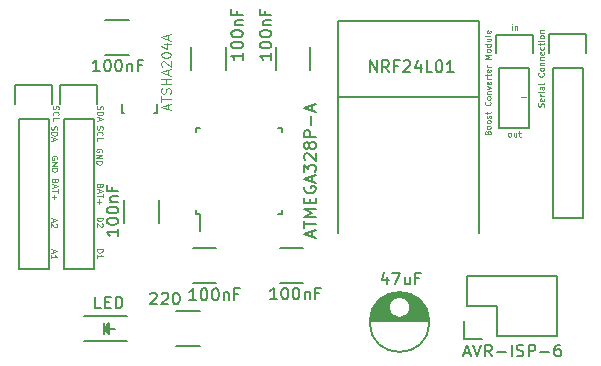
<source format=gto>
G04 #@! TF.FileFunction,Legend,Top*
%FSLAX46Y46*%
G04 Gerber Fmt 4.6, Leading zero omitted, Abs format (unit mm)*
G04 Created by KiCad (PCBNEW 4.0.2-stable) date 02.07.2016 15:57:05*
%MOMM*%
G01*
G04 APERTURE LIST*
%ADD10C,0.100000*%
%ADD11C,0.125000*%
%ADD12C,0.150000*%
G04 APERTURE END LIST*
D10*
D11*
X186982124Y-85455914D02*
X187363076Y-85455914D01*
X185955038Y-88770590D02*
X185907419Y-88746781D01*
X185883610Y-88722971D01*
X185859800Y-88675352D01*
X185859800Y-88532495D01*
X185883610Y-88484876D01*
X185907419Y-88461067D01*
X185955038Y-88437257D01*
X186026467Y-88437257D01*
X186074086Y-88461067D01*
X186097895Y-88484876D01*
X186121705Y-88532495D01*
X186121705Y-88675352D01*
X186097895Y-88722971D01*
X186074086Y-88746781D01*
X186026467Y-88770590D01*
X185955038Y-88770590D01*
X186550276Y-88437257D02*
X186550276Y-88770590D01*
X186335991Y-88437257D02*
X186335991Y-88699162D01*
X186359800Y-88746781D01*
X186407419Y-88770590D01*
X186478848Y-88770590D01*
X186526467Y-88746781D01*
X186550276Y-88722971D01*
X186716943Y-88437257D02*
X186907419Y-88437257D01*
X186788372Y-88270590D02*
X186788372Y-88699162D01*
X186812181Y-88746781D01*
X186859800Y-88770590D01*
X186907419Y-88770590D01*
X186184410Y-79728190D02*
X186184410Y-79394857D01*
X186184410Y-79228190D02*
X186160600Y-79252000D01*
X186184410Y-79275810D01*
X186208219Y-79252000D01*
X186184410Y-79228190D01*
X186184410Y-79275810D01*
X186422505Y-79394857D02*
X186422505Y-79728190D01*
X186422505Y-79442476D02*
X186446314Y-79418667D01*
X186493933Y-79394857D01*
X186565362Y-79394857D01*
X186612981Y-79418667D01*
X186636790Y-79466286D01*
X186636790Y-79728190D01*
X147671600Y-90703447D02*
X147695410Y-90655828D01*
X147695410Y-90584400D01*
X147671600Y-90512971D01*
X147623981Y-90465352D01*
X147576362Y-90441543D01*
X147481124Y-90417733D01*
X147409695Y-90417733D01*
X147314457Y-90441543D01*
X147266838Y-90465352D01*
X147219219Y-90512971D01*
X147195410Y-90584400D01*
X147195410Y-90632019D01*
X147219219Y-90703447D01*
X147243029Y-90727257D01*
X147409695Y-90727257D01*
X147409695Y-90632019D01*
X147195410Y-90941543D02*
X147695410Y-90941543D01*
X147195410Y-91227257D01*
X147695410Y-91227257D01*
X147195410Y-91465353D02*
X147695410Y-91465353D01*
X147695410Y-91584400D01*
X147671600Y-91655829D01*
X147623981Y-91703448D01*
X147576362Y-91727257D01*
X147481124Y-91751067D01*
X147409695Y-91751067D01*
X147314457Y-91727257D01*
X147266838Y-91703448D01*
X147219219Y-91655829D01*
X147195410Y-91584400D01*
X147195410Y-91465353D01*
X147320819Y-86196562D02*
X147297010Y-86267991D01*
X147297010Y-86387038D01*
X147320819Y-86434657D01*
X147344629Y-86458467D01*
X147392248Y-86482276D01*
X147439867Y-86482276D01*
X147487486Y-86458467D01*
X147511295Y-86434657D01*
X147535105Y-86387038D01*
X147558914Y-86291800D01*
X147582724Y-86244181D01*
X147606533Y-86220372D01*
X147654152Y-86196562D01*
X147701771Y-86196562D01*
X147749390Y-86220372D01*
X147773200Y-86244181D01*
X147797010Y-86291800D01*
X147797010Y-86410848D01*
X147773200Y-86482276D01*
X147344629Y-86982276D02*
X147320819Y-86958466D01*
X147297010Y-86887038D01*
X147297010Y-86839419D01*
X147320819Y-86767990D01*
X147368438Y-86720371D01*
X147416057Y-86696562D01*
X147511295Y-86672752D01*
X147582724Y-86672752D01*
X147677962Y-86696562D01*
X147725581Y-86720371D01*
X147773200Y-86767990D01*
X147797010Y-86839419D01*
X147797010Y-86887038D01*
X147773200Y-86958466D01*
X147749390Y-86982276D01*
X147297010Y-87434657D02*
X147297010Y-87196562D01*
X147797010Y-87196562D01*
X151030810Y-98309953D02*
X151530810Y-98309953D01*
X151530810Y-98429000D01*
X151507000Y-98500429D01*
X151459381Y-98548048D01*
X151411762Y-98571857D01*
X151316524Y-98595667D01*
X151245095Y-98595667D01*
X151149857Y-98571857D01*
X151102238Y-98548048D01*
X151054619Y-98500429D01*
X151030810Y-98429000D01*
X151030810Y-98309953D01*
X151030810Y-99071857D02*
X151030810Y-98786143D01*
X151030810Y-98929000D02*
X151530810Y-98929000D01*
X151459381Y-98881381D01*
X151411762Y-98833762D01*
X151387952Y-98786143D01*
X151030810Y-95642953D02*
X151530810Y-95642953D01*
X151530810Y-95762000D01*
X151507000Y-95833429D01*
X151459381Y-95881048D01*
X151411762Y-95904857D01*
X151316524Y-95928667D01*
X151245095Y-95928667D01*
X151149857Y-95904857D01*
X151102238Y-95881048D01*
X151054619Y-95833429D01*
X151030810Y-95762000D01*
X151030810Y-95642953D01*
X151483190Y-96119143D02*
X151507000Y-96142953D01*
X151530810Y-96190572D01*
X151530810Y-96309619D01*
X151507000Y-96357238D01*
X151483190Y-96381048D01*
X151435571Y-96404857D01*
X151387952Y-96404857D01*
X151316524Y-96381048D01*
X151030810Y-96095334D01*
X151030810Y-96404857D01*
X151292714Y-92945829D02*
X151268905Y-93017258D01*
X151245095Y-93041067D01*
X151197476Y-93064877D01*
X151126048Y-93064877D01*
X151078429Y-93041067D01*
X151054619Y-93017258D01*
X151030810Y-92969639D01*
X151030810Y-92779163D01*
X151530810Y-92779163D01*
X151530810Y-92945829D01*
X151507000Y-92993448D01*
X151483190Y-93017258D01*
X151435571Y-93041067D01*
X151387952Y-93041067D01*
X151340333Y-93017258D01*
X151316524Y-92993448D01*
X151292714Y-92945829D01*
X151292714Y-92779163D01*
X151173667Y-93255353D02*
X151173667Y-93493448D01*
X151030810Y-93207734D02*
X151530810Y-93374401D01*
X151030810Y-93541067D01*
X151530810Y-93636305D02*
X151530810Y-93922019D01*
X151030810Y-93779162D02*
X151530810Y-93779162D01*
X151221286Y-94088686D02*
X151221286Y-94469638D01*
X151030810Y-94279162D02*
X151411762Y-94279162D01*
X151080019Y-86184658D02*
X151056210Y-86256087D01*
X151056210Y-86375134D01*
X151080019Y-86422753D01*
X151103829Y-86446563D01*
X151151448Y-86470372D01*
X151199067Y-86470372D01*
X151246686Y-86446563D01*
X151270495Y-86422753D01*
X151294305Y-86375134D01*
X151318114Y-86279896D01*
X151341924Y-86232277D01*
X151365733Y-86208468D01*
X151413352Y-86184658D01*
X151460971Y-86184658D01*
X151508590Y-86208468D01*
X151532400Y-86232277D01*
X151556210Y-86279896D01*
X151556210Y-86398944D01*
X151532400Y-86470372D01*
X151056210Y-86684658D02*
X151556210Y-86684658D01*
X151556210Y-86803705D01*
X151532400Y-86875134D01*
X151484781Y-86922753D01*
X151437162Y-86946562D01*
X151341924Y-86970372D01*
X151270495Y-86970372D01*
X151175257Y-86946562D01*
X151127638Y-86922753D01*
X151080019Y-86875134D01*
X151056210Y-86803705D01*
X151056210Y-86684658D01*
X151199067Y-87160848D02*
X151199067Y-87398943D01*
X151056210Y-87113229D02*
X151556210Y-87279896D01*
X151056210Y-87446562D01*
X151054619Y-87898362D02*
X151030810Y-87969791D01*
X151030810Y-88088838D01*
X151054619Y-88136457D01*
X151078429Y-88160267D01*
X151126048Y-88184076D01*
X151173667Y-88184076D01*
X151221286Y-88160267D01*
X151245095Y-88136457D01*
X151268905Y-88088838D01*
X151292714Y-87993600D01*
X151316524Y-87945981D01*
X151340333Y-87922172D01*
X151387952Y-87898362D01*
X151435571Y-87898362D01*
X151483190Y-87922172D01*
X151507000Y-87945981D01*
X151530810Y-87993600D01*
X151530810Y-88112648D01*
X151507000Y-88184076D01*
X151078429Y-88684076D02*
X151054619Y-88660266D01*
X151030810Y-88588838D01*
X151030810Y-88541219D01*
X151054619Y-88469790D01*
X151102238Y-88422171D01*
X151149857Y-88398362D01*
X151245095Y-88374552D01*
X151316524Y-88374552D01*
X151411762Y-88398362D01*
X151459381Y-88422171D01*
X151507000Y-88469790D01*
X151530810Y-88541219D01*
X151530810Y-88588838D01*
X151507000Y-88660266D01*
X151483190Y-88684076D01*
X151030810Y-89136457D02*
X151030810Y-88898362D01*
X151530810Y-88898362D01*
X151456200Y-90093847D02*
X151480010Y-90046228D01*
X151480010Y-89974800D01*
X151456200Y-89903371D01*
X151408581Y-89855752D01*
X151360962Y-89831943D01*
X151265724Y-89808133D01*
X151194295Y-89808133D01*
X151099057Y-89831943D01*
X151051438Y-89855752D01*
X151003819Y-89903371D01*
X150980010Y-89974800D01*
X150980010Y-90022419D01*
X151003819Y-90093847D01*
X151027629Y-90117657D01*
X151194295Y-90117657D01*
X151194295Y-90022419D01*
X150980010Y-90331943D02*
X151480010Y-90331943D01*
X150980010Y-90617657D01*
X151480010Y-90617657D01*
X150980010Y-90855753D02*
X151480010Y-90855753D01*
X151480010Y-90974800D01*
X151456200Y-91046229D01*
X151408581Y-91093848D01*
X151360962Y-91117657D01*
X151265724Y-91141467D01*
X151194295Y-91141467D01*
X151099057Y-91117657D01*
X151051438Y-91093848D01*
X151003819Y-91046229D01*
X150980010Y-90974800D01*
X150980010Y-90855753D01*
X147482714Y-92539429D02*
X147458905Y-92610858D01*
X147435095Y-92634667D01*
X147387476Y-92658477D01*
X147316048Y-92658477D01*
X147268429Y-92634667D01*
X147244619Y-92610858D01*
X147220810Y-92563239D01*
X147220810Y-92372763D01*
X147720810Y-92372763D01*
X147720810Y-92539429D01*
X147697000Y-92587048D01*
X147673190Y-92610858D01*
X147625571Y-92634667D01*
X147577952Y-92634667D01*
X147530333Y-92610858D01*
X147506524Y-92587048D01*
X147482714Y-92539429D01*
X147482714Y-92372763D01*
X147363667Y-92848953D02*
X147363667Y-93087048D01*
X147220810Y-92801334D02*
X147720810Y-92968001D01*
X147220810Y-93134667D01*
X147720810Y-93229905D02*
X147720810Y-93515619D01*
X147220810Y-93372762D02*
X147720810Y-93372762D01*
X147411286Y-93682286D02*
X147411286Y-94063238D01*
X147220810Y-93872762D02*
X147601762Y-93872762D01*
X147287467Y-98372658D02*
X147287467Y-98610753D01*
X147144610Y-98325039D02*
X147644610Y-98491706D01*
X147144610Y-98658372D01*
X147144610Y-99086943D02*
X147144610Y-98801229D01*
X147144610Y-98944086D02*
X147644610Y-98944086D01*
X147573181Y-98896467D01*
X147525562Y-98848848D01*
X147501752Y-98801229D01*
X147287467Y-95731058D02*
X147287467Y-95969153D01*
X147144610Y-95683439D02*
X147644610Y-95850106D01*
X147144610Y-96016772D01*
X147596990Y-96159629D02*
X147620800Y-96183439D01*
X147644610Y-96231058D01*
X147644610Y-96350105D01*
X147620800Y-96397724D01*
X147596990Y-96421534D01*
X147549371Y-96445343D01*
X147501752Y-96445343D01*
X147430324Y-96421534D01*
X147144610Y-96135820D01*
X147144610Y-96445343D01*
X147193819Y-87911858D02*
X147170010Y-87983287D01*
X147170010Y-88102334D01*
X147193819Y-88149953D01*
X147217629Y-88173763D01*
X147265248Y-88197572D01*
X147312867Y-88197572D01*
X147360486Y-88173763D01*
X147384295Y-88149953D01*
X147408105Y-88102334D01*
X147431914Y-88007096D01*
X147455724Y-87959477D01*
X147479533Y-87935668D01*
X147527152Y-87911858D01*
X147574771Y-87911858D01*
X147622390Y-87935668D01*
X147646200Y-87959477D01*
X147670010Y-88007096D01*
X147670010Y-88126144D01*
X147646200Y-88197572D01*
X147170010Y-88411858D02*
X147670010Y-88411858D01*
X147670010Y-88530905D01*
X147646200Y-88602334D01*
X147598581Y-88649953D01*
X147550962Y-88673762D01*
X147455724Y-88697572D01*
X147384295Y-88697572D01*
X147289057Y-88673762D01*
X147241438Y-88649953D01*
X147193819Y-88602334D01*
X147170010Y-88530905D01*
X147170010Y-88411858D01*
X147312867Y-88888048D02*
X147312867Y-89126143D01*
X147170010Y-88840429D02*
X147670010Y-89007096D01*
X147170010Y-89173762D01*
X188860881Y-86244499D02*
X188884690Y-86173070D01*
X188884690Y-86054023D01*
X188860881Y-86006404D01*
X188837071Y-85982594D01*
X188789452Y-85958785D01*
X188741833Y-85958785D01*
X188694214Y-85982594D01*
X188670405Y-86006404D01*
X188646595Y-86054023D01*
X188622786Y-86149261D01*
X188598976Y-86196880D01*
X188575167Y-86220689D01*
X188527548Y-86244499D01*
X188479929Y-86244499D01*
X188432310Y-86220689D01*
X188408500Y-86196880D01*
X188384690Y-86149261D01*
X188384690Y-86030213D01*
X188408500Y-85958785D01*
X188860881Y-85554023D02*
X188884690Y-85601642D01*
X188884690Y-85696880D01*
X188860881Y-85744499D01*
X188813262Y-85768309D01*
X188622786Y-85768309D01*
X188575167Y-85744499D01*
X188551357Y-85696880D01*
X188551357Y-85601642D01*
X188575167Y-85554023D01*
X188622786Y-85530214D01*
X188670405Y-85530214D01*
X188718024Y-85768309D01*
X188884690Y-85315928D02*
X188551357Y-85315928D01*
X188646595Y-85315928D02*
X188598976Y-85292119D01*
X188575167Y-85268309D01*
X188551357Y-85220690D01*
X188551357Y-85173071D01*
X188884690Y-85006404D02*
X188551357Y-85006404D01*
X188384690Y-85006404D02*
X188408500Y-85030214D01*
X188432310Y-85006404D01*
X188408500Y-84982595D01*
X188384690Y-85006404D01*
X188432310Y-85006404D01*
X188884690Y-84554024D02*
X188622786Y-84554024D01*
X188575167Y-84577833D01*
X188551357Y-84625452D01*
X188551357Y-84720690D01*
X188575167Y-84768309D01*
X188860881Y-84554024D02*
X188884690Y-84601643D01*
X188884690Y-84720690D01*
X188860881Y-84768309D01*
X188813262Y-84792119D01*
X188765643Y-84792119D01*
X188718024Y-84768309D01*
X188694214Y-84720690D01*
X188694214Y-84601643D01*
X188670405Y-84554024D01*
X188884690Y-84244500D02*
X188860881Y-84292119D01*
X188813262Y-84315928D01*
X188384690Y-84315928D01*
X188837071Y-83387357D02*
X188860881Y-83411167D01*
X188884690Y-83482595D01*
X188884690Y-83530214D01*
X188860881Y-83601643D01*
X188813262Y-83649262D01*
X188765643Y-83673071D01*
X188670405Y-83696881D01*
X188598976Y-83696881D01*
X188503738Y-83673071D01*
X188456119Y-83649262D01*
X188408500Y-83601643D01*
X188384690Y-83530214D01*
X188384690Y-83482595D01*
X188408500Y-83411167D01*
X188432310Y-83387357D01*
X188884690Y-83101643D02*
X188860881Y-83149262D01*
X188837071Y-83173071D01*
X188789452Y-83196881D01*
X188646595Y-83196881D01*
X188598976Y-83173071D01*
X188575167Y-83149262D01*
X188551357Y-83101643D01*
X188551357Y-83030214D01*
X188575167Y-82982595D01*
X188598976Y-82958786D01*
X188646595Y-82934976D01*
X188789452Y-82934976D01*
X188837071Y-82958786D01*
X188860881Y-82982595D01*
X188884690Y-83030214D01*
X188884690Y-83101643D01*
X188551357Y-82720690D02*
X188884690Y-82720690D01*
X188598976Y-82720690D02*
X188575167Y-82696881D01*
X188551357Y-82649262D01*
X188551357Y-82577833D01*
X188575167Y-82530214D01*
X188622786Y-82506405D01*
X188884690Y-82506405D01*
X188551357Y-82268309D02*
X188884690Y-82268309D01*
X188598976Y-82268309D02*
X188575167Y-82244500D01*
X188551357Y-82196881D01*
X188551357Y-82125452D01*
X188575167Y-82077833D01*
X188622786Y-82054024D01*
X188884690Y-82054024D01*
X188860881Y-81625452D02*
X188884690Y-81673071D01*
X188884690Y-81768309D01*
X188860881Y-81815928D01*
X188813262Y-81839738D01*
X188622786Y-81839738D01*
X188575167Y-81815928D01*
X188551357Y-81768309D01*
X188551357Y-81673071D01*
X188575167Y-81625452D01*
X188622786Y-81601643D01*
X188670405Y-81601643D01*
X188718024Y-81839738D01*
X188860881Y-81173072D02*
X188884690Y-81220691D01*
X188884690Y-81315929D01*
X188860881Y-81363548D01*
X188837071Y-81387357D01*
X188789452Y-81411167D01*
X188646595Y-81411167D01*
X188598976Y-81387357D01*
X188575167Y-81363548D01*
X188551357Y-81315929D01*
X188551357Y-81220691D01*
X188575167Y-81173072D01*
X188551357Y-81030215D02*
X188551357Y-80839739D01*
X188384690Y-80958786D02*
X188813262Y-80958786D01*
X188860881Y-80934977D01*
X188884690Y-80887358D01*
X188884690Y-80839739D01*
X188884690Y-80673072D02*
X188551357Y-80673072D01*
X188384690Y-80673072D02*
X188408500Y-80696882D01*
X188432310Y-80673072D01*
X188408500Y-80649263D01*
X188384690Y-80673072D01*
X188432310Y-80673072D01*
X188884690Y-80363549D02*
X188860881Y-80411168D01*
X188837071Y-80434977D01*
X188789452Y-80458787D01*
X188646595Y-80458787D01*
X188598976Y-80434977D01*
X188575167Y-80411168D01*
X188551357Y-80363549D01*
X188551357Y-80292120D01*
X188575167Y-80244501D01*
X188598976Y-80220692D01*
X188646595Y-80196882D01*
X188789452Y-80196882D01*
X188837071Y-80220692D01*
X188860881Y-80244501D01*
X188884690Y-80292120D01*
X188884690Y-80363549D01*
X188551357Y-79982596D02*
X188884690Y-79982596D01*
X188598976Y-79982596D02*
X188575167Y-79958787D01*
X188551357Y-79911168D01*
X188551357Y-79839739D01*
X188575167Y-79792120D01*
X188622786Y-79768311D01*
X188884690Y-79768311D01*
D12*
X146939000Y-87249000D02*
X146939000Y-99949000D01*
X146939000Y-99949000D02*
X144399000Y-99949000D01*
X144399000Y-99949000D02*
X144399000Y-87249000D01*
X147219000Y-84429000D02*
X147219000Y-85979000D01*
X146939000Y-87249000D02*
X144399000Y-87249000D01*
X144119000Y-85979000D02*
X144119000Y-84429000D01*
X144119000Y-84429000D02*
X147219000Y-84429000D01*
X171419000Y-85465000D02*
X183419000Y-85465000D01*
X171419000Y-96965000D02*
X171419000Y-78965000D01*
X183419000Y-78965000D02*
X183419000Y-96965000D01*
X171419000Y-78965000D02*
X183419000Y-78965000D01*
X184912000Y-105664000D02*
X189992000Y-105664000D01*
X182092000Y-105944000D02*
X182092000Y-104394000D01*
X182372000Y-103124000D02*
X184912000Y-103124000D01*
X184912000Y-103124000D02*
X184912000Y-105664000D01*
X189992000Y-105664000D02*
X189992000Y-100584000D01*
X189992000Y-100584000D02*
X184912000Y-100584000D01*
X182092000Y-105944000D02*
X183642000Y-105944000D01*
X182372000Y-100584000D02*
X182372000Y-103124000D01*
X184912000Y-100584000D02*
X182372000Y-100584000D01*
X159443000Y-95319000D02*
X159768000Y-95319000D01*
X159443000Y-88069000D02*
X159768000Y-88069000D01*
X166693000Y-88069000D02*
X166368000Y-88069000D01*
X166693000Y-95319000D02*
X166368000Y-95319000D01*
X159443000Y-95319000D02*
X159443000Y-94994000D01*
X166693000Y-95319000D02*
X166693000Y-94994000D01*
X166693000Y-88069000D02*
X166693000Y-88394000D01*
X159443000Y-88069000D02*
X159443000Y-88394000D01*
X159768000Y-95319000D02*
X159768000Y-96744000D01*
X150749000Y-87249000D02*
X150749000Y-99949000D01*
X150749000Y-99949000D02*
X148209000Y-99949000D01*
X148209000Y-99949000D02*
X148209000Y-87249000D01*
X151029000Y-84429000D02*
X151029000Y-85979000D01*
X150749000Y-87249000D02*
X148209000Y-87249000D01*
X147929000Y-85979000D02*
X147929000Y-84429000D01*
X147929000Y-84429000D02*
X151029000Y-84429000D01*
X151755600Y-81866000D02*
X153755600Y-81866000D01*
X153755600Y-78916000D02*
X151755600Y-78916000D01*
X192151000Y-82931000D02*
X192151000Y-95631000D01*
X192151000Y-95631000D02*
X189611000Y-95631000D01*
X189611000Y-95631000D02*
X189611000Y-82931000D01*
X192431000Y-80111000D02*
X192431000Y-81661000D01*
X192151000Y-82931000D02*
X189611000Y-82931000D01*
X189331000Y-81661000D02*
X189331000Y-80111000D01*
X189331000Y-80111000D02*
X192431000Y-80111000D01*
X156122320Y-86055200D02*
X156122320Y-86756240D01*
X156122320Y-86756240D02*
X155873400Y-86756240D01*
X153323340Y-86756240D02*
X153122680Y-86756240D01*
X153122680Y-86756240D02*
X153122680Y-86055200D01*
X185102500Y-82994500D02*
X185102500Y-88074500D01*
X185102500Y-88074500D02*
X187642500Y-88074500D01*
X187642500Y-88074500D02*
X187642500Y-82994500D01*
X187922500Y-80174500D02*
X187922500Y-81724500D01*
X187642500Y-82994500D02*
X185102500Y-82994500D01*
X184822500Y-81724500D02*
X184822500Y-80174500D01*
X184822500Y-80174500D02*
X187922500Y-80174500D01*
X166165000Y-81169000D02*
X166165000Y-83169000D01*
X169115000Y-83169000D02*
X169115000Y-81169000D01*
X153338000Y-94123000D02*
X153338000Y-96123000D01*
X156288000Y-96123000D02*
X156288000Y-94123000D01*
X168513000Y-98220000D02*
X166513000Y-98220000D01*
X166513000Y-101170000D02*
X168513000Y-101170000D01*
X174158000Y-104402500D02*
X179156000Y-104402500D01*
X174166000Y-104262500D02*
X179148000Y-104262500D01*
X174182000Y-104122500D02*
X176562000Y-104122500D01*
X176752000Y-104122500D02*
X179132000Y-104122500D01*
X174206000Y-103982500D02*
X176167000Y-103982500D01*
X177147000Y-103982500D02*
X179108000Y-103982500D01*
X174239000Y-103842500D02*
X176000000Y-103842500D01*
X177314000Y-103842500D02*
X179075000Y-103842500D01*
X174280000Y-103702500D02*
X175893000Y-103702500D01*
X177421000Y-103702500D02*
X179034000Y-103702500D01*
X174330000Y-103562500D02*
X175822000Y-103562500D01*
X177492000Y-103562500D02*
X178984000Y-103562500D01*
X174391000Y-103422500D02*
X175778000Y-103422500D01*
X177536000Y-103422500D02*
X178923000Y-103422500D01*
X174461000Y-103282500D02*
X175759000Y-103282500D01*
X177555000Y-103282500D02*
X178853000Y-103282500D01*
X174543000Y-103142500D02*
X175761000Y-103142500D01*
X177553000Y-103142500D02*
X178771000Y-103142500D01*
X174638000Y-103002500D02*
X175786000Y-103002500D01*
X177528000Y-103002500D02*
X178676000Y-103002500D01*
X174749000Y-102862500D02*
X175834000Y-102862500D01*
X177480000Y-102862500D02*
X178565000Y-102862500D01*
X174877000Y-102722500D02*
X175912000Y-102722500D01*
X177402000Y-102722500D02*
X178437000Y-102722500D01*
X175026000Y-102582500D02*
X176029000Y-102582500D01*
X177285000Y-102582500D02*
X178288000Y-102582500D01*
X175205000Y-102442500D02*
X176217000Y-102442500D01*
X177097000Y-102442500D02*
X178109000Y-102442500D01*
X175424000Y-102302500D02*
X177890000Y-102302500D01*
X175713000Y-102162500D02*
X177601000Y-102162500D01*
X176185000Y-102022500D02*
X177129000Y-102022500D01*
X177557000Y-103227500D02*
G75*
G03X177557000Y-103227500I-900000J0D01*
G01*
X179194500Y-104477500D02*
G75*
G03X179194500Y-104477500I-2537500J0D01*
G01*
X149945200Y-106079000D02*
X153545200Y-106079000D01*
X149945200Y-103979000D02*
X153545200Y-103979000D01*
X151995200Y-104729000D02*
X151995200Y-105329000D01*
X151995200Y-105329000D02*
X151695200Y-105029000D01*
X151695200Y-105029000D02*
X151895200Y-104829000D01*
X151895200Y-104829000D02*
X151895200Y-105079000D01*
X151895200Y-105079000D02*
X151845200Y-105029000D01*
X151595200Y-104529000D02*
X151595200Y-105529000D01*
X152095200Y-105029000D02*
X152595200Y-105029000D01*
X151595200Y-105029000D02*
X152095200Y-104529000D01*
X152095200Y-104529000D02*
X152095200Y-105529000D01*
X152095200Y-105529000D02*
X151595200Y-105029000D01*
X161939500Y-83169000D02*
X161939500Y-81169000D01*
X158989500Y-81169000D02*
X158989500Y-83169000D01*
X159147000Y-101170000D02*
X161147000Y-101170000D01*
X161147000Y-98220000D02*
X159147000Y-98220000D01*
X157775400Y-103528600D02*
X159775400Y-103528600D01*
X159775400Y-106478600D02*
X157775400Y-106478600D01*
X174149190Y-83319881D02*
X174149190Y-82319881D01*
X174720619Y-83319881D01*
X174720619Y-82319881D01*
X175768238Y-83319881D02*
X175434904Y-82843690D01*
X175196809Y-83319881D02*
X175196809Y-82319881D01*
X175577762Y-82319881D01*
X175673000Y-82367500D01*
X175720619Y-82415119D01*
X175768238Y-82510357D01*
X175768238Y-82653214D01*
X175720619Y-82748452D01*
X175673000Y-82796071D01*
X175577762Y-82843690D01*
X175196809Y-82843690D01*
X176530143Y-82796071D02*
X176196809Y-82796071D01*
X176196809Y-83319881D02*
X176196809Y-82319881D01*
X176673000Y-82319881D01*
X177006333Y-82415119D02*
X177053952Y-82367500D01*
X177149190Y-82319881D01*
X177387286Y-82319881D01*
X177482524Y-82367500D01*
X177530143Y-82415119D01*
X177577762Y-82510357D01*
X177577762Y-82605595D01*
X177530143Y-82748452D01*
X176958714Y-83319881D01*
X177577762Y-83319881D01*
X178434905Y-82653214D02*
X178434905Y-83319881D01*
X178196809Y-82272262D02*
X177958714Y-82986548D01*
X178577762Y-82986548D01*
X179434905Y-83319881D02*
X178958714Y-83319881D01*
X178958714Y-82319881D01*
X179958714Y-82319881D02*
X180053953Y-82319881D01*
X180149191Y-82367500D01*
X180196810Y-82415119D01*
X180244429Y-82510357D01*
X180292048Y-82700833D01*
X180292048Y-82938929D01*
X180244429Y-83129405D01*
X180196810Y-83224643D01*
X180149191Y-83272262D01*
X180053953Y-83319881D01*
X179958714Y-83319881D01*
X179863476Y-83272262D01*
X179815857Y-83224643D01*
X179768238Y-83129405D01*
X179720619Y-82938929D01*
X179720619Y-82700833D01*
X179768238Y-82510357D01*
X179815857Y-82415119D01*
X179863476Y-82367500D01*
X179958714Y-82319881D01*
X181244429Y-83319881D02*
X180673000Y-83319881D01*
X180958714Y-83319881D02*
X180958714Y-82319881D01*
X180863476Y-82462738D01*
X180768238Y-82557976D01*
X180673000Y-82605595D01*
X182150262Y-107100667D02*
X182626453Y-107100667D01*
X182055024Y-107386381D02*
X182388357Y-106386381D01*
X182721691Y-107386381D01*
X182912167Y-106386381D02*
X183245500Y-107386381D01*
X183578834Y-106386381D01*
X184483596Y-107386381D02*
X184150262Y-106910190D01*
X183912167Y-107386381D02*
X183912167Y-106386381D01*
X184293120Y-106386381D01*
X184388358Y-106434000D01*
X184435977Y-106481619D01*
X184483596Y-106576857D01*
X184483596Y-106719714D01*
X184435977Y-106814952D01*
X184388358Y-106862571D01*
X184293120Y-106910190D01*
X183912167Y-106910190D01*
X184912167Y-107005429D02*
X185674072Y-107005429D01*
X186150262Y-107386381D02*
X186150262Y-106386381D01*
X186578833Y-107338762D02*
X186721690Y-107386381D01*
X186959786Y-107386381D01*
X187055024Y-107338762D01*
X187102643Y-107291143D01*
X187150262Y-107195905D01*
X187150262Y-107100667D01*
X187102643Y-107005429D01*
X187055024Y-106957810D01*
X186959786Y-106910190D01*
X186769309Y-106862571D01*
X186674071Y-106814952D01*
X186626452Y-106767333D01*
X186578833Y-106672095D01*
X186578833Y-106576857D01*
X186626452Y-106481619D01*
X186674071Y-106434000D01*
X186769309Y-106386381D01*
X187007405Y-106386381D01*
X187150262Y-106434000D01*
X187578833Y-107386381D02*
X187578833Y-106386381D01*
X187959786Y-106386381D01*
X188055024Y-106434000D01*
X188102643Y-106481619D01*
X188150262Y-106576857D01*
X188150262Y-106719714D01*
X188102643Y-106814952D01*
X188055024Y-106862571D01*
X187959786Y-106910190D01*
X187578833Y-106910190D01*
X188578833Y-107005429D02*
X189340738Y-107005429D01*
X190245500Y-106386381D02*
X190055023Y-106386381D01*
X189959785Y-106434000D01*
X189912166Y-106481619D01*
X189816928Y-106624476D01*
X189769309Y-106814952D01*
X189769309Y-107195905D01*
X189816928Y-107291143D01*
X189864547Y-107338762D01*
X189959785Y-107386381D01*
X190150262Y-107386381D01*
X190245500Y-107338762D01*
X190293119Y-107291143D01*
X190340738Y-107195905D01*
X190340738Y-106957810D01*
X190293119Y-106862571D01*
X190245500Y-106814952D01*
X190150262Y-106767333D01*
X189959785Y-106767333D01*
X189864547Y-106814952D01*
X189816928Y-106862571D01*
X189769309Y-106957810D01*
X169284667Y-97241619D02*
X169284667Y-96765428D01*
X169570381Y-97336857D02*
X168570381Y-97003524D01*
X169570381Y-96670190D01*
X168570381Y-96479714D02*
X168570381Y-95908285D01*
X169570381Y-96194000D02*
X168570381Y-96194000D01*
X169570381Y-95574952D02*
X168570381Y-95574952D01*
X169284667Y-95241618D01*
X168570381Y-94908285D01*
X169570381Y-94908285D01*
X169046571Y-94432095D02*
X169046571Y-94098761D01*
X169570381Y-93955904D02*
X169570381Y-94432095D01*
X168570381Y-94432095D01*
X168570381Y-93955904D01*
X168618000Y-93003523D02*
X168570381Y-93098761D01*
X168570381Y-93241618D01*
X168618000Y-93384476D01*
X168713238Y-93479714D01*
X168808476Y-93527333D01*
X168998952Y-93574952D01*
X169141810Y-93574952D01*
X169332286Y-93527333D01*
X169427524Y-93479714D01*
X169522762Y-93384476D01*
X169570381Y-93241618D01*
X169570381Y-93146380D01*
X169522762Y-93003523D01*
X169475143Y-92955904D01*
X169141810Y-92955904D01*
X169141810Y-93146380D01*
X169284667Y-92574952D02*
X169284667Y-92098761D01*
X169570381Y-92670190D02*
X168570381Y-92336857D01*
X169570381Y-92003523D01*
X168570381Y-91765428D02*
X168570381Y-91146380D01*
X168951333Y-91479714D01*
X168951333Y-91336856D01*
X168998952Y-91241618D01*
X169046571Y-91193999D01*
X169141810Y-91146380D01*
X169379905Y-91146380D01*
X169475143Y-91193999D01*
X169522762Y-91241618D01*
X169570381Y-91336856D01*
X169570381Y-91622571D01*
X169522762Y-91717809D01*
X169475143Y-91765428D01*
X168665619Y-90765428D02*
X168618000Y-90717809D01*
X168570381Y-90622571D01*
X168570381Y-90384475D01*
X168618000Y-90289237D01*
X168665619Y-90241618D01*
X168760857Y-90193999D01*
X168856095Y-90193999D01*
X168998952Y-90241618D01*
X169570381Y-90813047D01*
X169570381Y-90193999D01*
X168998952Y-89622571D02*
X168951333Y-89717809D01*
X168903714Y-89765428D01*
X168808476Y-89813047D01*
X168760857Y-89813047D01*
X168665619Y-89765428D01*
X168618000Y-89717809D01*
X168570381Y-89622571D01*
X168570381Y-89432094D01*
X168618000Y-89336856D01*
X168665619Y-89289237D01*
X168760857Y-89241618D01*
X168808476Y-89241618D01*
X168903714Y-89289237D01*
X168951333Y-89336856D01*
X168998952Y-89432094D01*
X168998952Y-89622571D01*
X169046571Y-89717809D01*
X169094190Y-89765428D01*
X169189429Y-89813047D01*
X169379905Y-89813047D01*
X169475143Y-89765428D01*
X169522762Y-89717809D01*
X169570381Y-89622571D01*
X169570381Y-89432094D01*
X169522762Y-89336856D01*
X169475143Y-89289237D01*
X169379905Y-89241618D01*
X169189429Y-89241618D01*
X169094190Y-89289237D01*
X169046571Y-89336856D01*
X168998952Y-89432094D01*
X169570381Y-88813047D02*
X168570381Y-88813047D01*
X168570381Y-88432094D01*
X168618000Y-88336856D01*
X168665619Y-88289237D01*
X168760857Y-88241618D01*
X168903714Y-88241618D01*
X168998952Y-88289237D01*
X169046571Y-88336856D01*
X169094190Y-88432094D01*
X169094190Y-88813047D01*
X169189429Y-87813047D02*
X169189429Y-87051142D01*
X169284667Y-86622571D02*
X169284667Y-86146380D01*
X169570381Y-86717809D02*
X168570381Y-86384476D01*
X169570381Y-86051142D01*
X151258781Y-83256381D02*
X150687352Y-83256381D01*
X150973066Y-83256381D02*
X150973066Y-82256381D01*
X150877828Y-82399238D01*
X150782590Y-82494476D01*
X150687352Y-82542095D01*
X151877828Y-82256381D02*
X151973067Y-82256381D01*
X152068305Y-82304000D01*
X152115924Y-82351619D01*
X152163543Y-82446857D01*
X152211162Y-82637333D01*
X152211162Y-82875429D01*
X152163543Y-83065905D01*
X152115924Y-83161143D01*
X152068305Y-83208762D01*
X151973067Y-83256381D01*
X151877828Y-83256381D01*
X151782590Y-83208762D01*
X151734971Y-83161143D01*
X151687352Y-83065905D01*
X151639733Y-82875429D01*
X151639733Y-82637333D01*
X151687352Y-82446857D01*
X151734971Y-82351619D01*
X151782590Y-82304000D01*
X151877828Y-82256381D01*
X152830209Y-82256381D02*
X152925448Y-82256381D01*
X153020686Y-82304000D01*
X153068305Y-82351619D01*
X153115924Y-82446857D01*
X153163543Y-82637333D01*
X153163543Y-82875429D01*
X153115924Y-83065905D01*
X153068305Y-83161143D01*
X153020686Y-83208762D01*
X152925448Y-83256381D01*
X152830209Y-83256381D01*
X152734971Y-83208762D01*
X152687352Y-83161143D01*
X152639733Y-83065905D01*
X152592114Y-82875429D01*
X152592114Y-82637333D01*
X152639733Y-82446857D01*
X152687352Y-82351619D01*
X152734971Y-82304000D01*
X152830209Y-82256381D01*
X153592114Y-82589714D02*
X153592114Y-83256381D01*
X153592114Y-82684952D02*
X153639733Y-82637333D01*
X153734971Y-82589714D01*
X153877829Y-82589714D01*
X153973067Y-82637333D01*
X154020686Y-82732571D01*
X154020686Y-83256381D01*
X154830210Y-82732571D02*
X154496876Y-82732571D01*
X154496876Y-83256381D02*
X154496876Y-82256381D01*
X154973067Y-82256381D01*
D11*
X157041833Y-86435809D02*
X157041833Y-86054857D01*
X157270405Y-86512000D02*
X156470405Y-86245333D01*
X157270405Y-85978666D01*
X156470405Y-85826286D02*
X156470405Y-85369143D01*
X157270405Y-85597714D02*
X156470405Y-85597714D01*
X157232310Y-85140571D02*
X157270405Y-85026285D01*
X157270405Y-84835809D01*
X157232310Y-84759619D01*
X157194214Y-84721523D01*
X157118024Y-84683428D01*
X157041833Y-84683428D01*
X156965643Y-84721523D01*
X156927548Y-84759619D01*
X156889452Y-84835809D01*
X156851357Y-84988190D01*
X156813262Y-85064381D01*
X156775167Y-85102476D01*
X156698976Y-85140571D01*
X156622786Y-85140571D01*
X156546595Y-85102476D01*
X156508500Y-85064381D01*
X156470405Y-84988190D01*
X156470405Y-84797714D01*
X156508500Y-84683428D01*
X157270405Y-84340571D02*
X156470405Y-84340571D01*
X156851357Y-84340571D02*
X156851357Y-83883428D01*
X157270405Y-83883428D02*
X156470405Y-83883428D01*
X157041833Y-83540571D02*
X157041833Y-83159619D01*
X157270405Y-83616762D02*
X156470405Y-83350095D01*
X157270405Y-83083428D01*
X156546595Y-82854857D02*
X156508500Y-82816762D01*
X156470405Y-82740571D01*
X156470405Y-82550095D01*
X156508500Y-82473905D01*
X156546595Y-82435809D01*
X156622786Y-82397714D01*
X156698976Y-82397714D01*
X156813262Y-82435809D01*
X157270405Y-82892952D01*
X157270405Y-82397714D01*
X156470405Y-81902476D02*
X156470405Y-81826285D01*
X156508500Y-81750095D01*
X156546595Y-81712000D01*
X156622786Y-81673904D01*
X156775167Y-81635809D01*
X156965643Y-81635809D01*
X157118024Y-81673904D01*
X157194214Y-81712000D01*
X157232310Y-81750095D01*
X157270405Y-81826285D01*
X157270405Y-81902476D01*
X157232310Y-81978666D01*
X157194214Y-82016762D01*
X157118024Y-82054857D01*
X156965643Y-82092952D01*
X156775167Y-82092952D01*
X156622786Y-82054857D01*
X156546595Y-82016762D01*
X156508500Y-81978666D01*
X156470405Y-81902476D01*
X156737071Y-80950095D02*
X157270405Y-80950095D01*
X156432310Y-81140571D02*
X157003738Y-81331047D01*
X157003738Y-80835809D01*
X157041833Y-80569142D02*
X157041833Y-80188190D01*
X157270405Y-80645333D02*
X156470405Y-80378666D01*
X157270405Y-80111999D01*
X184114286Y-88427190D02*
X184138095Y-88355761D01*
X184161905Y-88331952D01*
X184209524Y-88308142D01*
X184280952Y-88308142D01*
X184328571Y-88331952D01*
X184352381Y-88355761D01*
X184376190Y-88403380D01*
X184376190Y-88593856D01*
X183876190Y-88593856D01*
X183876190Y-88427190D01*
X183900000Y-88379571D01*
X183923810Y-88355761D01*
X183971429Y-88331952D01*
X184019048Y-88331952D01*
X184066667Y-88355761D01*
X184090476Y-88379571D01*
X184114286Y-88427190D01*
X184114286Y-88593856D01*
X184376190Y-88022428D02*
X184352381Y-88070047D01*
X184328571Y-88093856D01*
X184280952Y-88117666D01*
X184138095Y-88117666D01*
X184090476Y-88093856D01*
X184066667Y-88070047D01*
X184042857Y-88022428D01*
X184042857Y-87950999D01*
X184066667Y-87903380D01*
X184090476Y-87879571D01*
X184138095Y-87855761D01*
X184280952Y-87855761D01*
X184328571Y-87879571D01*
X184352381Y-87903380D01*
X184376190Y-87950999D01*
X184376190Y-88022428D01*
X184376190Y-87570047D02*
X184352381Y-87617666D01*
X184328571Y-87641475D01*
X184280952Y-87665285D01*
X184138095Y-87665285D01*
X184090476Y-87641475D01*
X184066667Y-87617666D01*
X184042857Y-87570047D01*
X184042857Y-87498618D01*
X184066667Y-87450999D01*
X184090476Y-87427190D01*
X184138095Y-87403380D01*
X184280952Y-87403380D01*
X184328571Y-87427190D01*
X184352381Y-87450999D01*
X184376190Y-87498618D01*
X184376190Y-87570047D01*
X184352381Y-87212904D02*
X184376190Y-87165285D01*
X184376190Y-87070047D01*
X184352381Y-87022428D01*
X184304762Y-86998618D01*
X184280952Y-86998618D01*
X184233333Y-87022428D01*
X184209524Y-87070047D01*
X184209524Y-87141475D01*
X184185714Y-87189094D01*
X184138095Y-87212904D01*
X184114286Y-87212904D01*
X184066667Y-87189094D01*
X184042857Y-87141475D01*
X184042857Y-87070047D01*
X184066667Y-87022428D01*
X184042857Y-86855761D02*
X184042857Y-86665285D01*
X183876190Y-86784332D02*
X184304762Y-86784332D01*
X184352381Y-86760523D01*
X184376190Y-86712904D01*
X184376190Y-86665285D01*
X184328571Y-85831952D02*
X184352381Y-85855762D01*
X184376190Y-85927190D01*
X184376190Y-85974809D01*
X184352381Y-86046238D01*
X184304762Y-86093857D01*
X184257143Y-86117666D01*
X184161905Y-86141476D01*
X184090476Y-86141476D01*
X183995238Y-86117666D01*
X183947619Y-86093857D01*
X183900000Y-86046238D01*
X183876190Y-85974809D01*
X183876190Y-85927190D01*
X183900000Y-85855762D01*
X183923810Y-85831952D01*
X184376190Y-85546238D02*
X184352381Y-85593857D01*
X184328571Y-85617666D01*
X184280952Y-85641476D01*
X184138095Y-85641476D01*
X184090476Y-85617666D01*
X184066667Y-85593857D01*
X184042857Y-85546238D01*
X184042857Y-85474809D01*
X184066667Y-85427190D01*
X184090476Y-85403381D01*
X184138095Y-85379571D01*
X184280952Y-85379571D01*
X184328571Y-85403381D01*
X184352381Y-85427190D01*
X184376190Y-85474809D01*
X184376190Y-85546238D01*
X184042857Y-85165285D02*
X184376190Y-85165285D01*
X184090476Y-85165285D02*
X184066667Y-85141476D01*
X184042857Y-85093857D01*
X184042857Y-85022428D01*
X184066667Y-84974809D01*
X184114286Y-84951000D01*
X184376190Y-84951000D01*
X184042857Y-84760523D02*
X184376190Y-84641476D01*
X184042857Y-84522428D01*
X184352381Y-84141476D02*
X184376190Y-84189095D01*
X184376190Y-84284333D01*
X184352381Y-84331952D01*
X184304762Y-84355762D01*
X184114286Y-84355762D01*
X184066667Y-84331952D01*
X184042857Y-84284333D01*
X184042857Y-84189095D01*
X184066667Y-84141476D01*
X184114286Y-84117667D01*
X184161905Y-84117667D01*
X184209524Y-84355762D01*
X184376190Y-83903381D02*
X184042857Y-83903381D01*
X184138095Y-83903381D02*
X184090476Y-83879572D01*
X184066667Y-83855762D01*
X184042857Y-83808143D01*
X184042857Y-83760524D01*
X184042857Y-83665286D02*
X184042857Y-83474810D01*
X183876190Y-83593857D02*
X184304762Y-83593857D01*
X184352381Y-83570048D01*
X184376190Y-83522429D01*
X184376190Y-83474810D01*
X184352381Y-83117667D02*
X184376190Y-83165286D01*
X184376190Y-83260524D01*
X184352381Y-83308143D01*
X184304762Y-83331953D01*
X184114286Y-83331953D01*
X184066667Y-83308143D01*
X184042857Y-83260524D01*
X184042857Y-83165286D01*
X184066667Y-83117667D01*
X184114286Y-83093858D01*
X184161905Y-83093858D01*
X184209524Y-83331953D01*
X184376190Y-82879572D02*
X184042857Y-82879572D01*
X184138095Y-82879572D02*
X184090476Y-82855763D01*
X184066667Y-82831953D01*
X184042857Y-82784334D01*
X184042857Y-82736715D01*
X184376190Y-82189096D02*
X183876190Y-82189096D01*
X184233333Y-82022430D01*
X183876190Y-81855763D01*
X184376190Y-81855763D01*
X184376190Y-81546239D02*
X184352381Y-81593858D01*
X184328571Y-81617667D01*
X184280952Y-81641477D01*
X184138095Y-81641477D01*
X184090476Y-81617667D01*
X184066667Y-81593858D01*
X184042857Y-81546239D01*
X184042857Y-81474810D01*
X184066667Y-81427191D01*
X184090476Y-81403382D01*
X184138095Y-81379572D01*
X184280952Y-81379572D01*
X184328571Y-81403382D01*
X184352381Y-81427191D01*
X184376190Y-81474810D01*
X184376190Y-81546239D01*
X184376190Y-80951001D02*
X183876190Y-80951001D01*
X184352381Y-80951001D02*
X184376190Y-80998620D01*
X184376190Y-81093858D01*
X184352381Y-81141477D01*
X184328571Y-81165286D01*
X184280952Y-81189096D01*
X184138095Y-81189096D01*
X184090476Y-81165286D01*
X184066667Y-81141477D01*
X184042857Y-81093858D01*
X184042857Y-80998620D01*
X184066667Y-80951001D01*
X184042857Y-80498620D02*
X184376190Y-80498620D01*
X184042857Y-80712905D02*
X184304762Y-80712905D01*
X184352381Y-80689096D01*
X184376190Y-80641477D01*
X184376190Y-80570048D01*
X184352381Y-80522429D01*
X184328571Y-80498620D01*
X184376190Y-80189096D02*
X184352381Y-80236715D01*
X184304762Y-80260524D01*
X183876190Y-80260524D01*
X184352381Y-79808143D02*
X184376190Y-79855762D01*
X184376190Y-79951000D01*
X184352381Y-79998619D01*
X184304762Y-80022429D01*
X184114286Y-80022429D01*
X184066667Y-79998619D01*
X184042857Y-79951000D01*
X184042857Y-79855762D01*
X184066667Y-79808143D01*
X184114286Y-79784334D01*
X184161905Y-79784334D01*
X184209524Y-80022429D01*
D12*
X165806381Y-81684619D02*
X165806381Y-82256048D01*
X165806381Y-81970334D02*
X164806381Y-81970334D01*
X164949238Y-82065572D01*
X165044476Y-82160810D01*
X165092095Y-82256048D01*
X164806381Y-81065572D02*
X164806381Y-80970333D01*
X164854000Y-80875095D01*
X164901619Y-80827476D01*
X164996857Y-80779857D01*
X165187333Y-80732238D01*
X165425429Y-80732238D01*
X165615905Y-80779857D01*
X165711143Y-80827476D01*
X165758762Y-80875095D01*
X165806381Y-80970333D01*
X165806381Y-81065572D01*
X165758762Y-81160810D01*
X165711143Y-81208429D01*
X165615905Y-81256048D01*
X165425429Y-81303667D01*
X165187333Y-81303667D01*
X164996857Y-81256048D01*
X164901619Y-81208429D01*
X164854000Y-81160810D01*
X164806381Y-81065572D01*
X164806381Y-80113191D02*
X164806381Y-80017952D01*
X164854000Y-79922714D01*
X164901619Y-79875095D01*
X164996857Y-79827476D01*
X165187333Y-79779857D01*
X165425429Y-79779857D01*
X165615905Y-79827476D01*
X165711143Y-79875095D01*
X165758762Y-79922714D01*
X165806381Y-80017952D01*
X165806381Y-80113191D01*
X165758762Y-80208429D01*
X165711143Y-80256048D01*
X165615905Y-80303667D01*
X165425429Y-80351286D01*
X165187333Y-80351286D01*
X164996857Y-80303667D01*
X164901619Y-80256048D01*
X164854000Y-80208429D01*
X164806381Y-80113191D01*
X165139714Y-79351286D02*
X165806381Y-79351286D01*
X165234952Y-79351286D02*
X165187333Y-79303667D01*
X165139714Y-79208429D01*
X165139714Y-79065571D01*
X165187333Y-78970333D01*
X165282571Y-78922714D01*
X165806381Y-78922714D01*
X165282571Y-78113190D02*
X165282571Y-78446524D01*
X165806381Y-78446524D02*
X164806381Y-78446524D01*
X164806381Y-77970333D01*
X152852381Y-96607119D02*
X152852381Y-97178548D01*
X152852381Y-96892834D02*
X151852381Y-96892834D01*
X151995238Y-96988072D01*
X152090476Y-97083310D01*
X152138095Y-97178548D01*
X151852381Y-95988072D02*
X151852381Y-95892833D01*
X151900000Y-95797595D01*
X151947619Y-95749976D01*
X152042857Y-95702357D01*
X152233333Y-95654738D01*
X152471429Y-95654738D01*
X152661905Y-95702357D01*
X152757143Y-95749976D01*
X152804762Y-95797595D01*
X152852381Y-95892833D01*
X152852381Y-95988072D01*
X152804762Y-96083310D01*
X152757143Y-96130929D01*
X152661905Y-96178548D01*
X152471429Y-96226167D01*
X152233333Y-96226167D01*
X152042857Y-96178548D01*
X151947619Y-96130929D01*
X151900000Y-96083310D01*
X151852381Y-95988072D01*
X151852381Y-95035691D02*
X151852381Y-94940452D01*
X151900000Y-94845214D01*
X151947619Y-94797595D01*
X152042857Y-94749976D01*
X152233333Y-94702357D01*
X152471429Y-94702357D01*
X152661905Y-94749976D01*
X152757143Y-94797595D01*
X152804762Y-94845214D01*
X152852381Y-94940452D01*
X152852381Y-95035691D01*
X152804762Y-95130929D01*
X152757143Y-95178548D01*
X152661905Y-95226167D01*
X152471429Y-95273786D01*
X152233333Y-95273786D01*
X152042857Y-95226167D01*
X151947619Y-95178548D01*
X151900000Y-95130929D01*
X151852381Y-95035691D01*
X152185714Y-94273786D02*
X152852381Y-94273786D01*
X152280952Y-94273786D02*
X152233333Y-94226167D01*
X152185714Y-94130929D01*
X152185714Y-93988071D01*
X152233333Y-93892833D01*
X152328571Y-93845214D01*
X152852381Y-93845214D01*
X152328571Y-93035690D02*
X152328571Y-93369024D01*
X152852381Y-93369024D02*
X151852381Y-93369024D01*
X151852381Y-92892833D01*
X166282881Y-102560381D02*
X165711452Y-102560381D01*
X165997166Y-102560381D02*
X165997166Y-101560381D01*
X165901928Y-101703238D01*
X165806690Y-101798476D01*
X165711452Y-101846095D01*
X166901928Y-101560381D02*
X166997167Y-101560381D01*
X167092405Y-101608000D01*
X167140024Y-101655619D01*
X167187643Y-101750857D01*
X167235262Y-101941333D01*
X167235262Y-102179429D01*
X167187643Y-102369905D01*
X167140024Y-102465143D01*
X167092405Y-102512762D01*
X166997167Y-102560381D01*
X166901928Y-102560381D01*
X166806690Y-102512762D01*
X166759071Y-102465143D01*
X166711452Y-102369905D01*
X166663833Y-102179429D01*
X166663833Y-101941333D01*
X166711452Y-101750857D01*
X166759071Y-101655619D01*
X166806690Y-101608000D01*
X166901928Y-101560381D01*
X167854309Y-101560381D02*
X167949548Y-101560381D01*
X168044786Y-101608000D01*
X168092405Y-101655619D01*
X168140024Y-101750857D01*
X168187643Y-101941333D01*
X168187643Y-102179429D01*
X168140024Y-102369905D01*
X168092405Y-102465143D01*
X168044786Y-102512762D01*
X167949548Y-102560381D01*
X167854309Y-102560381D01*
X167759071Y-102512762D01*
X167711452Y-102465143D01*
X167663833Y-102369905D01*
X167616214Y-102179429D01*
X167616214Y-101941333D01*
X167663833Y-101750857D01*
X167711452Y-101655619D01*
X167759071Y-101608000D01*
X167854309Y-101560381D01*
X168616214Y-101893714D02*
X168616214Y-102560381D01*
X168616214Y-101988952D02*
X168663833Y-101941333D01*
X168759071Y-101893714D01*
X168901929Y-101893714D01*
X168997167Y-101941333D01*
X169044786Y-102036571D01*
X169044786Y-102560381D01*
X169854310Y-102036571D02*
X169520976Y-102036571D01*
X169520976Y-102560381D02*
X169520976Y-101560381D01*
X169997167Y-101560381D01*
X175617334Y-100623714D02*
X175617334Y-101290381D01*
X175379238Y-100242762D02*
X175141143Y-100957048D01*
X175760191Y-100957048D01*
X176045905Y-100290381D02*
X176712572Y-100290381D01*
X176284000Y-101290381D01*
X177522096Y-100623714D02*
X177522096Y-101290381D01*
X177093524Y-100623714D02*
X177093524Y-101147524D01*
X177141143Y-101242762D01*
X177236381Y-101290381D01*
X177379239Y-101290381D01*
X177474477Y-101242762D01*
X177522096Y-101195143D01*
X178331620Y-100766571D02*
X177998286Y-100766571D01*
X177998286Y-101290381D02*
X177998286Y-100290381D01*
X178474477Y-100290381D01*
X151388843Y-103322381D02*
X150912652Y-103322381D01*
X150912652Y-102322381D01*
X151722176Y-102798571D02*
X152055510Y-102798571D01*
X152198367Y-103322381D02*
X151722176Y-103322381D01*
X151722176Y-102322381D01*
X152198367Y-102322381D01*
X152626938Y-103322381D02*
X152626938Y-102322381D01*
X152865033Y-102322381D01*
X153007891Y-102370000D01*
X153103129Y-102465238D01*
X153150748Y-102560476D01*
X153198367Y-102750952D01*
X153198367Y-102893810D01*
X153150748Y-103084286D01*
X153103129Y-103179524D01*
X153007891Y-103274762D01*
X152865033Y-103322381D01*
X152626938Y-103322381D01*
X163393381Y-81684619D02*
X163393381Y-82256048D01*
X163393381Y-81970334D02*
X162393381Y-81970334D01*
X162536238Y-82065572D01*
X162631476Y-82160810D01*
X162679095Y-82256048D01*
X162393381Y-81065572D02*
X162393381Y-80970333D01*
X162441000Y-80875095D01*
X162488619Y-80827476D01*
X162583857Y-80779857D01*
X162774333Y-80732238D01*
X163012429Y-80732238D01*
X163202905Y-80779857D01*
X163298143Y-80827476D01*
X163345762Y-80875095D01*
X163393381Y-80970333D01*
X163393381Y-81065572D01*
X163345762Y-81160810D01*
X163298143Y-81208429D01*
X163202905Y-81256048D01*
X163012429Y-81303667D01*
X162774333Y-81303667D01*
X162583857Y-81256048D01*
X162488619Y-81208429D01*
X162441000Y-81160810D01*
X162393381Y-81065572D01*
X162393381Y-80113191D02*
X162393381Y-80017952D01*
X162441000Y-79922714D01*
X162488619Y-79875095D01*
X162583857Y-79827476D01*
X162774333Y-79779857D01*
X163012429Y-79779857D01*
X163202905Y-79827476D01*
X163298143Y-79875095D01*
X163345762Y-79922714D01*
X163393381Y-80017952D01*
X163393381Y-80113191D01*
X163345762Y-80208429D01*
X163298143Y-80256048D01*
X163202905Y-80303667D01*
X163012429Y-80351286D01*
X162774333Y-80351286D01*
X162583857Y-80303667D01*
X162488619Y-80256048D01*
X162441000Y-80208429D01*
X162393381Y-80113191D01*
X162726714Y-79351286D02*
X163393381Y-79351286D01*
X162821952Y-79351286D02*
X162774333Y-79303667D01*
X162726714Y-79208429D01*
X162726714Y-79065571D01*
X162774333Y-78970333D01*
X162869571Y-78922714D01*
X163393381Y-78922714D01*
X162869571Y-78113190D02*
X162869571Y-78446524D01*
X163393381Y-78446524D02*
X162393381Y-78446524D01*
X162393381Y-77970333D01*
X159437581Y-102636581D02*
X158866152Y-102636581D01*
X159151866Y-102636581D02*
X159151866Y-101636581D01*
X159056628Y-101779438D01*
X158961390Y-101874676D01*
X158866152Y-101922295D01*
X160056628Y-101636581D02*
X160151867Y-101636581D01*
X160247105Y-101684200D01*
X160294724Y-101731819D01*
X160342343Y-101827057D01*
X160389962Y-102017533D01*
X160389962Y-102255629D01*
X160342343Y-102446105D01*
X160294724Y-102541343D01*
X160247105Y-102588962D01*
X160151867Y-102636581D01*
X160056628Y-102636581D01*
X159961390Y-102588962D01*
X159913771Y-102541343D01*
X159866152Y-102446105D01*
X159818533Y-102255629D01*
X159818533Y-102017533D01*
X159866152Y-101827057D01*
X159913771Y-101731819D01*
X159961390Y-101684200D01*
X160056628Y-101636581D01*
X161009009Y-101636581D02*
X161104248Y-101636581D01*
X161199486Y-101684200D01*
X161247105Y-101731819D01*
X161294724Y-101827057D01*
X161342343Y-102017533D01*
X161342343Y-102255629D01*
X161294724Y-102446105D01*
X161247105Y-102541343D01*
X161199486Y-102588962D01*
X161104248Y-102636581D01*
X161009009Y-102636581D01*
X160913771Y-102588962D01*
X160866152Y-102541343D01*
X160818533Y-102446105D01*
X160770914Y-102255629D01*
X160770914Y-102017533D01*
X160818533Y-101827057D01*
X160866152Y-101731819D01*
X160913771Y-101684200D01*
X161009009Y-101636581D01*
X161770914Y-101969914D02*
X161770914Y-102636581D01*
X161770914Y-102065152D02*
X161818533Y-102017533D01*
X161913771Y-101969914D01*
X162056629Y-101969914D01*
X162151867Y-102017533D01*
X162199486Y-102112771D01*
X162199486Y-102636581D01*
X163009010Y-102112771D02*
X162675676Y-102112771D01*
X162675676Y-102636581D02*
X162675676Y-101636581D01*
X163151867Y-101636581D01*
X155556105Y-102087419D02*
X155603724Y-102039800D01*
X155698962Y-101992181D01*
X155937058Y-101992181D01*
X156032296Y-102039800D01*
X156079915Y-102087419D01*
X156127534Y-102182657D01*
X156127534Y-102277895D01*
X156079915Y-102420752D01*
X155508486Y-102992181D01*
X156127534Y-102992181D01*
X156508486Y-102087419D02*
X156556105Y-102039800D01*
X156651343Y-101992181D01*
X156889439Y-101992181D01*
X156984677Y-102039800D01*
X157032296Y-102087419D01*
X157079915Y-102182657D01*
X157079915Y-102277895D01*
X157032296Y-102420752D01*
X156460867Y-102992181D01*
X157079915Y-102992181D01*
X157698962Y-101992181D02*
X157794201Y-101992181D01*
X157889439Y-102039800D01*
X157937058Y-102087419D01*
X157984677Y-102182657D01*
X158032296Y-102373133D01*
X158032296Y-102611229D01*
X157984677Y-102801705D01*
X157937058Y-102896943D01*
X157889439Y-102944562D01*
X157794201Y-102992181D01*
X157698962Y-102992181D01*
X157603724Y-102944562D01*
X157556105Y-102896943D01*
X157508486Y-102801705D01*
X157460867Y-102611229D01*
X157460867Y-102373133D01*
X157508486Y-102182657D01*
X157556105Y-102087419D01*
X157603724Y-102039800D01*
X157698962Y-101992181D01*
M02*

</source>
